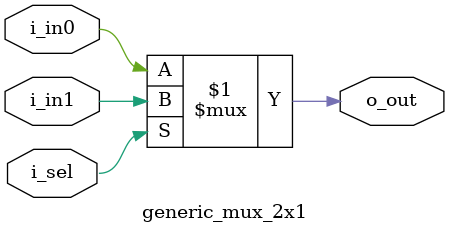
<source format=v>
/**
* This module is responsible selecting inputs (MUX).
* Genric input bit width mux.
* Default width is 1 bit
* =============================================
* Test Status = OK 
*/
module generic_mux_2x1 #(
    parameter N = 1
) (
    i_in0,
    i_in1,
    i_sel,
    o_out
);
  input [N-1:0] i_in0, i_in1;
  input i_sel;
  output [N-1:0] o_out;
  assign o_out = (i_sel) ? i_in1 : i_in0;
endmodule
// mini do file
/*
vsim work.generic_mux_2x1
add wave sim:/generic_mux_2x1/*
force -freeze sim:/generic_mux_2x1/i_in0 0 0
force -freeze sim:/generic_mux_2x1/i_in1 1 0
force -freeze sim:/generic_mux_2x1/i_sel 1 0
run
*/

</source>
